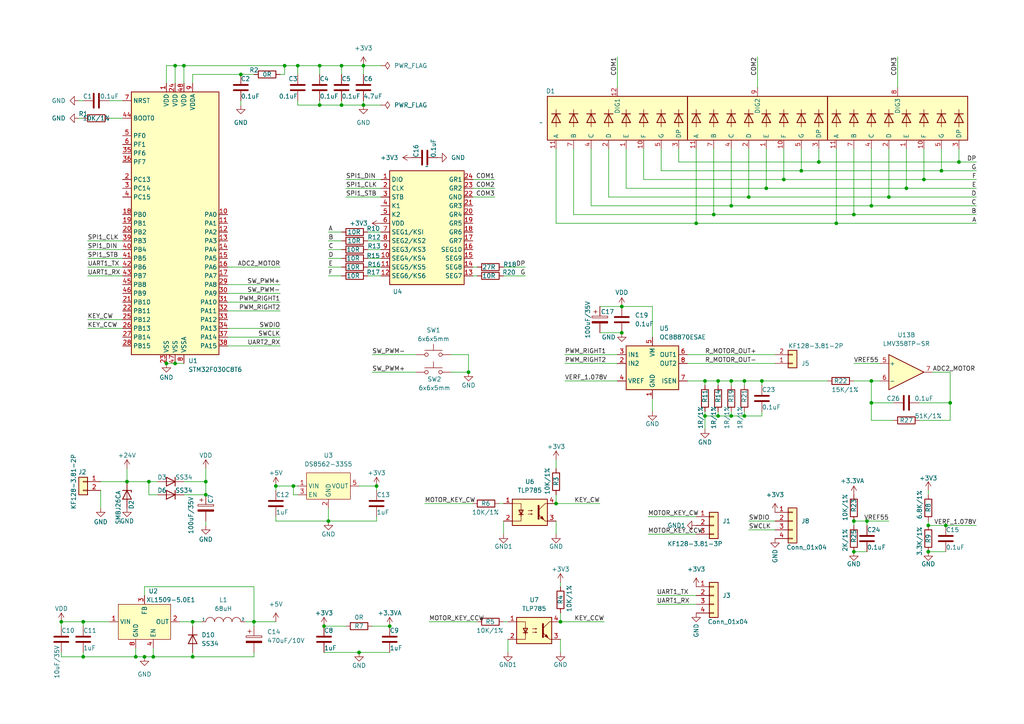
<source format=kicad_sch>
(kicad_sch (version 20231120) (generator "eeschema") (generator_version "8.0")
  (paper "A4")
  (junction (at 55.88 180.34))
  (junction (at 92.71 30.48))
  (junction (at 82.55 19.05))
  (junction (at 73.66 180.34))
  (junction (at 262.89 54.61))
  (junction (at 180.34 88.9))
  (junction (at 208.28 110.49))
  (junction (at 59.69 139.7))
  (junction (at 104.14 189.23))
  (junction (at 135.89 107.95))
  (junction (at 232.41 49.53))
  (junction (at 95.25 151.13))
  (junction (at 80.01 140.97))
  (junction (at 55.88 190.5))
  (junction (at 273.05 49.53))
  (junction (at 207.01 62.23))
  (junction (at 24.13 180.34))
  (junction (at 105.41 30.48))
  (junction (at 208.28 120.65))
  (junction (at 59.69 143.51))
  (junction (at 267.97 52.07))
  (junction (at 17.78 180.34))
  (junction (at 86.36 19.05))
  (junction (at 220.98 110.49))
  (junction (at 247.65 62.23))
  (junction (at 201.93 64.77))
  (junction (at 237.49 46.99))
  (junction (at 43.18 139.7))
  (junction (at 204.47 110.49))
  (junction (at 275.59 116.84))
  (junction (at 41.91 190.5))
  (junction (at 269.24 152.4))
  (junction (at 39.37 190.5))
  (junction (at 99.06 19.05))
  (junction (at 99.06 30.48))
  (junction (at 215.9 110.49))
  (junction (at 252.73 116.84))
  (junction (at 252.73 59.69))
  (junction (at 69.85 21.59))
  (junction (at 24.13 190.5))
  (junction (at 44.45 190.5))
  (junction (at 278.13 46.99))
  (junction (at 36.83 139.7))
  (junction (at 53.34 19.05))
  (junction (at 257.81 57.15))
  (junction (at 212.09 59.69))
  (junction (at 242.57 64.77))
  (junction (at 247.65 151.13))
  (junction (at 227.33 52.07))
  (junction (at 162.56 180.34))
  (junction (at 85.09 140.97))
  (junction (at 217.17 57.15))
  (junction (at 48.26 105.41))
  (junction (at 180.34 96.52))
  (junction (at 247.65 160.02))
  (junction (at 50.8 19.05))
  (junction (at 92.71 19.05))
  (junction (at 252.73 110.49))
  (junction (at 212.09 120.65))
  (junction (at 113.03 181.61))
  (junction (at 215.9 120.65))
  (junction (at 212.09 110.49))
  (junction (at 161.29 146.05))
  (junction (at 50.8 105.41))
  (junction (at 251.46 151.13))
  (junction (at 204.47 120.65))
  (junction (at 222.25 54.61))
  (junction (at 269.24 160.02))
  (junction (at 105.41 19.05))
  (junction (at 93.98 181.61))
  (junction (at 109.22 140.97))
  (junction (at 274.32 152.4))
  (wire (pts (xy 199.39 110.49) (xy 204.47 110.49)))
  (wire (pts (xy 275.59 121.92) (xy 275.59 116.84)))
  (wire (pts (xy 162.56 177.8) (xy 162.56 180.34)))
  (wire (pts (xy 100.33 52.07) (xy 110.49 52.07)))
  (wire (pts (xy 176.53 43.18) (xy 176.53 57.15)))
  (wire (pts (xy 86.36 143.51) (xy 85.09 143.51)))
  (wire (pts (xy 217.17 151.13) (xy 224.79 151.13)))
  (wire (pts (xy 275.59 116.84) (xy 275.59 107.95)))
  (wire (pts (xy 66.04 85.09) (xy 81.28 85.09)))
  (wire (pts (xy 66.04 90.17) (xy 81.28 90.17)))
  (wire (pts (xy 166.37 43.18) (xy 166.37 62.23)))
  (wire (pts (xy 137.16 52.07) (xy 143.51 52.07)))
  (wire (pts (xy 86.36 19.05) (xy 82.55 19.05)))
  (wire (pts (xy 269.24 160.02) (xy 274.32 160.02)))
  (wire (pts (xy 266.7 121.92) (xy 275.59 121.92)))
  (wire (pts (xy 25.4 77.47) (xy 35.56 77.47)))
  (wire (pts (xy 85.09 143.51) (xy 85.09 140.97)))
  (wire (pts (xy 173.99 88.9) (xy 180.34 88.9)))
  (wire (pts (xy 220.98 120.65) (xy 220.98 119.38)))
  (wire (pts (xy 161.29 146.05) (xy 173.99 146.05)))
  (wire (pts (xy 106.68 80.01) (xy 110.49 80.01)))
  (wire (pts (xy 171.45 43.18) (xy 171.45 59.69)))
  (wire (pts (xy 252.73 110.49) (xy 255.27 110.49)))
  (wire (pts (xy 48.26 19.05) (xy 50.8 19.05)))
  (wire (pts (xy 22.86 34.29) (xy 24.13 34.29)))
  (wire (pts (xy 186.69 52.07) (xy 227.33 52.07)))
  (wire (pts (xy 212.09 59.69) (xy 252.73 59.69)))
  (wire (pts (xy 92.71 29.21) (xy 92.71 30.48)))
  (wire (pts (xy 80.01 142.24) (xy 80.01 140.97)))
  (wire (pts (xy 45.72 143.51) (xy 43.18 143.51)))
  (wire (pts (xy 99.06 30.48) (xy 105.41 30.48)))
  (wire (pts (xy 204.47 124.46) (xy 204.47 120.65)))
  (wire (pts (xy 173.99 96.52) (xy 180.34 96.52)))
  (wire (pts (xy 251.46 151.13) (xy 251.46 152.4)))
  (wire (pts (xy 24.13 190.5) (xy 24.13 189.23)))
  (wire (pts (xy 207.01 62.23) (xy 247.65 62.23)))
  (wire (pts (xy 106.68 67.31) (xy 110.49 67.31)))
  (wire (pts (xy 86.36 30.48) (xy 92.71 30.48)))
  (wire (pts (xy 190.5 175.26) (xy 201.93 175.26)))
  (wire (pts (xy 59.69 139.7) (xy 59.69 135.89)))
  (wire (pts (xy 207.01 43.18) (xy 207.01 62.23)))
  (wire (pts (xy 55.88 21.59) (xy 55.88 24.13)))
  (wire (pts (xy 251.46 151.13) (xy 257.81 151.13)))
  (wire (pts (xy 201.93 43.18) (xy 201.93 64.77)))
  (wire (pts (xy 199.39 105.41) (xy 224.79 105.41)))
  (wire (pts (xy 85.09 140.97) (xy 86.36 140.97)))
  (wire (pts (xy 267.97 52.07) (xy 267.97 43.18)))
  (wire (pts (xy 99.06 19.05) (xy 92.71 19.05)))
  (wire (pts (xy 95.25 72.39) (xy 99.06 72.39)))
  (wire (pts (xy 106.68 74.93) (xy 110.49 74.93)))
  (wire (pts (xy 50.8 24.13) (xy 50.8 19.05)))
  (wire (pts (xy 93.98 189.23) (xy 104.14 189.23)))
  (wire (pts (xy 73.66 180.34) (xy 71.12 180.34)))
  (wire (pts (xy 43.18 143.51) (xy 43.18 139.7)))
  (wire (pts (xy 69.85 21.59) (xy 55.88 21.59)))
  (wire (pts (xy 219.71 16.51) (xy 219.71 25.4)))
  (wire (pts (xy 31.75 29.21) (xy 35.56 29.21)))
  (wire (pts (xy 25.4 92.71) (xy 35.56 92.71)))
  (wire (pts (xy 166.37 62.23) (xy 207.01 62.23)))
  (wire (pts (xy 24.13 190.5) (xy 39.37 190.5)))
  (wire (pts (xy 93.98 181.61) (xy 100.33 181.61)))
  (wire (pts (xy 25.4 69.85) (xy 35.56 69.85)))
  (wire (pts (xy 41.91 172.72) (xy 41.91 170.18)))
  (wire (pts (xy 92.71 19.05) (xy 92.71 21.59)))
  (wire (pts (xy 53.34 19.05) (xy 53.34 24.13)))
  (wire (pts (xy 208.28 119.38) (xy 208.28 120.65)))
  (wire (pts (xy 50.8 105.41) (xy 53.34 105.41)))
  (wire (pts (xy 180.34 88.9) (xy 189.23 88.9)))
  (wire (pts (xy 163.83 102.87) (xy 179.07 102.87)))
  (wire (pts (xy 130.81 102.87) (xy 135.89 102.87)))
  (wire (pts (xy 212.09 119.38) (xy 212.09 120.65)))
  (wire (pts (xy 232.41 49.53) (xy 273.05 49.53)))
  (wire (pts (xy 66.04 87.63) (xy 81.28 87.63)))
  (wire (pts (xy 25.4 72.39) (xy 35.56 72.39)))
  (wire (pts (xy 146.05 154.94) (xy 146.05 151.13)))
  (wire (pts (xy 252.73 121.92) (xy 252.73 116.84)))
  (wire (pts (xy 247.65 152.4) (xy 247.65 151.13)))
  (wire (pts (xy 215.9 119.38) (xy 215.9 120.65)))
  (wire (pts (xy 69.85 30.48) (xy 69.85 29.21)))
  (wire (pts (xy 262.89 54.61) (xy 283.21 54.61)))
  (wire (pts (xy 59.69 151.13) (xy 59.69 152.4)))
  (wire (pts (xy 100.33 54.61) (xy 110.49 54.61)))
  (wire (pts (xy 25.4 80.01) (xy 35.56 80.01)))
  (wire (pts (xy 135.89 102.87) (xy 135.89 107.95)))
  (wire (pts (xy 80.01 151.13) (xy 95.25 151.13)))
  (wire (pts (xy 247.65 110.49) (xy 252.73 110.49)))
  (wire (pts (xy 199.39 102.87) (xy 224.79 102.87)))
  (wire (pts (xy 247.65 151.13) (xy 251.46 151.13)))
  (wire (pts (xy 215.9 120.65) (xy 220.98 120.65)))
  (wire (pts (xy 267.97 52.07) (xy 283.21 52.07)))
  (wire (pts (xy 123.19 146.05) (xy 137.16 146.05)))
  (wire (pts (xy 55.88 181.61) (xy 55.88 180.34)))
  (wire (pts (xy 208.28 120.65) (xy 212.09 120.65)))
  (wire (pts (xy 100.33 57.15) (xy 110.49 57.15)))
  (wire (pts (xy 66.04 97.79) (xy 81.28 97.79)))
  (wire (pts (xy 52.07 180.34) (xy 55.88 180.34)))
  (wire (pts (xy 95.25 80.01) (xy 99.06 80.01)))
  (wire (pts (xy 137.16 54.61) (xy 143.51 54.61)))
  (wire (pts (xy 222.25 54.61) (xy 262.89 54.61)))
  (wire (pts (xy 135.89 107.95) (xy 130.81 107.95)))
  (wire (pts (xy 81.28 21.59) (xy 82.55 21.59)))
  (wire (pts (xy 59.69 139.7) (xy 59.69 143.51)))
  (wire (pts (xy 162.56 168.91) (xy 162.56 170.18)))
  (wire (pts (xy 252.73 116.84) (xy 259.08 116.84)))
  (wire (pts (xy 25.4 74.93) (xy 35.56 74.93)))
  (wire (pts (xy 104.14 140.97) (xy 109.22 140.97)))
  (wire (pts (xy 252.73 110.49) (xy 252.73 116.84)))
  (wire (pts (xy 247.65 62.23) (xy 283.21 62.23)))
  (wire (pts (xy 181.61 54.61) (xy 222.25 54.61)))
  (wire (pts (xy 17.78 190.5) (xy 24.13 190.5)))
  (wire (pts (xy 269.24 142.24) (xy 269.24 143.51)))
  (wire (pts (xy 196.85 43.18) (xy 196.85 46.99)))
  (wire (pts (xy 82.55 19.05) (xy 82.55 21.59)))
  (wire (pts (xy 208.28 110.49) (xy 208.28 111.76)))
  (wire (pts (xy 269.24 152.4) (xy 274.32 152.4)))
  (wire (pts (xy 208.28 110.49) (xy 212.09 110.49)))
  (wire (pts (xy 161.29 143.51) (xy 161.29 146.05)))
  (wire (pts (xy 82.55 19.05) (xy 53.34 19.05)))
  (wire (pts (xy 179.07 110.49) (xy 163.83 110.49)))
  (wire (pts (xy 107.95 181.61) (xy 113.03 181.61)))
  (wire (pts (xy 215.9 110.49) (xy 220.98 110.49)))
  (wire (pts (xy 212.09 110.49) (xy 212.09 111.76)))
  (wire (pts (xy 237.49 43.18) (xy 237.49 46.99)))
  (wire (pts (xy 50.8 19.05) (xy 53.34 19.05)))
  (wire (pts (xy 227.33 52.07) (xy 267.97 52.07)))
  (wire (pts (xy 146.05 80.01) (xy 152.4 80.01)))
  (wire (pts (xy 92.71 30.48) (xy 99.06 30.48)))
  (wire (pts (xy 22.86 29.21) (xy 24.13 29.21)))
  (wire (pts (xy 227.33 43.18) (xy 227.33 52.07)))
  (wire (pts (xy 247.65 105.41) (xy 255.27 105.41)))
  (wire (pts (xy 257.81 57.15) (xy 257.81 43.18)))
  (wire (pts (xy 109.22 140.97) (xy 109.22 142.24)))
  (wire (pts (xy 278.13 46.99) (xy 278.13 43.18)))
  (wire (pts (xy 73.66 170.18) (xy 73.66 180.34)))
  (wire (pts (xy 273.05 49.53) (xy 283.21 49.53)))
  (wire (pts (xy 44.45 187.96) (xy 44.45 190.5)))
  (wire (pts (xy 189.23 88.9) (xy 189.23 97.79)))
  (wire (pts (xy 99.06 19.05) (xy 105.41 19.05)))
  (wire (pts (xy 237.49 46.99) (xy 278.13 46.99)))
  (wire (pts (xy 215.9 110.49) (xy 215.9 111.76)))
  (wire (pts (xy 146.05 180.34) (xy 147.32 180.34)))
  (wire (pts (xy 92.71 19.05) (xy 86.36 19.05)))
  (wire (pts (xy 36.83 139.7) (xy 43.18 139.7)))
  (wire (pts (xy 222.25 43.18) (xy 222.25 54.61)))
  (wire (pts (xy 204.47 120.65) (xy 204.47 119.38)))
  (wire (pts (xy 39.37 190.5) (xy 41.91 190.5)))
  (wire (pts (xy 163.83 105.41) (xy 179.07 105.41)))
  (wire (pts (xy 212.09 43.18) (xy 212.09 59.69)))
  (wire (pts (xy 109.22 151.13) (xy 109.22 149.86)))
  (wire (pts (xy 95.25 151.13) (xy 109.22 151.13)))
  (wire (pts (xy 204.47 110.49) (xy 208.28 110.49)))
  (wire (pts (xy 48.26 24.13) (xy 48.26 19.05)))
  (wire (pts (xy 95.25 74.93) (xy 99.06 74.93)))
  (wire (pts (xy 44.45 190.5) (xy 55.88 190.5)))
  (wire (pts (xy 104.14 189.23) (xy 113.03 189.23)))
  (wire (pts (xy 274.32 152.4) (xy 283.21 152.4)))
  (wire (pts (xy 146.05 77.47) (xy 152.4 77.47)))
  (wire (pts (xy 162.56 180.34) (xy 175.26 180.34)))
  (wire (pts (xy 36.83 135.89) (xy 36.83 139.7)))
  (wire (pts (xy 86.36 19.05) (xy 86.36 21.59)))
  (wire (pts (xy 105.41 30.48) (xy 110.49 30.48)))
  (wire (pts (xy 106.68 72.39) (xy 110.49 72.39)))
  (wire (pts (xy 179.07 16.51) (xy 179.07 25.4)))
  (wire (pts (xy 262.89 54.61) (xy 262.89 43.18)))
  (wire (pts (xy 187.96 154.94) (xy 201.93 154.94)))
  (wire (pts (xy 191.77 43.18) (xy 191.77 49.53)))
  (wire (pts (xy 171.45 59.69) (xy 212.09 59.69)))
  (wire (pts (xy 260.35 16.51) (xy 260.35 25.4)))
  (wire (pts (xy 273.05 49.53) (xy 273.05 43.18)))
  (wire (pts (xy 17.78 180.34) (xy 24.13 180.34)))
  (wire (pts (xy 208.28 120.65) (xy 204.47 120.65)))
  (wire (pts (xy 43.18 139.7) (xy 45.72 139.7)))
  (wire (pts (xy 247.65 62.23) (xy 247.65 43.18)))
  (wire (pts (xy 66.04 77.47) (xy 81.28 77.47)))
  (wire (pts (xy 259.08 121.92) (xy 252.73 121.92)))
  (wire (pts (xy 105.41 30.48) (xy 105.41 29.21)))
  (wire (pts (xy 247.65 160.02) (xy 251.46 160.02)))
  (wire (pts (xy 186.69 43.18) (xy 186.69 52.07)))
  (wire (pts (xy 80.01 180.34) (xy 73.66 180.34)))
  (wire (pts (xy 191.77 49.53) (xy 232.41 49.53)))
  (wire (pts (xy 86.36 29.21) (xy 86.36 30.48)))
  (wire (pts (xy 95.25 67.31) (xy 99.06 67.31)))
  (wire (pts (xy 278.13 46.99) (xy 283.21 46.99)))
  (wire (pts (xy 217.17 57.15) (xy 257.81 57.15)))
  (wire (pts (xy 25.4 95.25) (xy 35.56 95.25)))
  (wire (pts (xy 220.98 110.49) (xy 240.03 110.49)))
  (wire (pts (xy 105.41 19.05) (xy 105.41 21.59)))
  (wire (pts (xy 66.04 95.25) (xy 81.28 95.25)))
  (wire (pts (xy 58.42 180.34) (xy 55.88 180.34)))
  (wire (pts (xy 24.13 180.34) (xy 31.75 180.34)))
  (wire (pts (xy 41.91 170.18) (xy 73.66 170.18)))
  (wire (pts (xy 232.41 43.18) (xy 232.41 49.53)))
  (wire (pts (xy 161.29 133.35) (xy 161.29 135.89)))
  (wire (pts (xy 257.81 57.15) (xy 283.21 57.15)))
  (wire (pts (xy 138.43 80.01) (xy 137.16 80.01)))
  (wire (pts (xy 196.85 46.99) (xy 237.49 46.99)))
  (wire (pts (xy 176.53 57.15) (xy 217.17 57.15)))
  (wire (pts (xy 161.29 43.18) (xy 161.29 64.77)))
  (wire (pts (xy 144.78 146.05) (xy 146.05 146.05)))
  (wire (pts (xy 95.25 69.85) (xy 99.06 69.85)))
  (wire (pts (xy 201.93 64.77) (xy 242.57 64.77)))
  (wire (pts (xy 73.66 189.23) (xy 73.66 190.5)))
  (wire (pts (xy 124.46 180.34) (xy 138.43 180.34)))
  (wire (pts (xy 95.25 77.47) (xy 99.06 77.47)))
  (wire (pts (xy 161.29 64.77) (xy 201.93 64.77)))
  (wire (pts (xy 217.17 43.18) (xy 217.17 57.15)))
  (wire (pts (xy 39.37 187.96) (xy 39.37 190.5)))
  (wire (pts (xy 66.04 82.55) (xy 81.28 82.55)))
  (wire (pts (xy 107.95 107.95) (xy 120.65 107.95)))
  (wire (pts (xy 252.73 59.69) (xy 252.73 43.18)))
  (wire (pts (xy 66.04 100.33) (xy 81.28 100.33)))
  (wire (pts (xy 162.56 189.23) (xy 162.56 185.42)))
  (wire (pts (xy 269.24 151.13) (xy 269.24 152.4)))
  (wire (pts (xy 99.06 29.21) (xy 99.06 30.48)))
  (wire (pts (xy 55.88 190.5) (xy 55.88 189.23)))
  (wire (pts (xy 212.09 110.49) (xy 215.9 110.49)))
  (wire (pts (xy 29.21 139.7) (xy 36.83 139.7)))
  (wire (pts (xy 181.61 43.18) (xy 181.61 54.61)))
  (wire (pts (xy 212.09 120.65) (xy 215.9 120.65)))
  (wire (pts (xy 107.95 102.87) (xy 120.65 102.87)))
  (wire (pts (xy 252.73 59.69) (xy 283.21 59.69)))
  (wire (pts (xy 270.51 107.95) (xy 275.59 107.95)))
  (wire (pts (xy 17.78 181.61) (xy 17.78 180.34)))
  (wire (pts (xy 242.57 64.77) (xy 242.57 43.18)))
  (wire (pts (xy 29.21 142.24) (xy 29.21 147.32)))
  (wire (pts (xy 55.88 190.5) (xy 73.66 190.5)))
  (wire (pts (xy 80.01 149.86) (xy 80.01 151.13)))
  (wire (pts (xy 106.68 77.47) (xy 110.49 77.47)))
  (wire (pts (xy 220.98 110.49) (xy 220.98 111.76)))
  (wire (pts (xy 48.26 105.41) (xy 50.8 105.41)))
  (wire (pts (xy 138.43 77.47) (xy 137.16 77.47)))
  (wire (pts (xy 73.66 180.34) (xy 73.66 181.61)))
  (wire (pts (xy 17.78 190.5) (xy 17.78 189.23)))
  (wire (pts (xy 99.06 21.59) (xy 99.06 19.05)))
  (wire (pts (xy 161.29 154.94) (xy 161.29 151.13)))
  (wire (pts (xy 53.34 139.7) (xy 59.69 139.7)))
  (wire (pts (xy 105.41 19.05) (xy 110.49 19.05)))
  (wire (pts (xy 242.57 64.77) (xy 283.21 64.77)))
  (wire (pts (xy 80.01 140.97) (xy 85.09 140.97)))
  (wire (pts (xy 137.16 57.15) (xy 143.51 57.15)))
  (wire (pts (xy 53.34 143.51) (xy 59.69 143.51)))
  (wire (pts (xy 95.25 147.32) (xy 95.25 151.13)))
  (wire (pts (xy 204.47 111.76) (xy 204.47 110.49)))
  (wire (pts (xy 217.17 153.67) (xy 224.79 153.67)))
  (wire (pts (xy 187.96 149.86) (xy 201.93 149.86)))
  (wire (pts (xy 31.75 34.29) (xy 35.56 34.29)))
  (wire (pts (xy 106.68 69.85) (xy 110.49 69.85)))
  (wire (pts (xy 69.85 21.59) (xy 73.66 21.59)))
  (wire (pts (xy 190.5 172.72) (xy 201.93 172.72)))
  (wire (pts (xy 147.32 189.23) (xy 147.32 185.42)))
  (wire (pts (xy 266.7 116.84) (xy 275.59 116.84)))
  (wire (pts (xy 189.23 119.38) (xy 189.23 115.57)))
  (wire (pts (xy 24.13 180.34) (xy 24.13 181.61)))
  (wire (pts (xy 41.91 190.5) (xy 44.45 190.5)))
  (label "SWDIO" (at 217.17 151.13 0))
  (label "SWCLK" (at 81.28 97.79 180))
  (label "SPI1_CLK" (at 25.4 69.85 0))
  (label "A" (at 283.21 64.77 180))
  (label "SW_PWM+" (at 107.95 107.95 0))
  (label "MOTOR_KEY_CCW" (at 124.46 180.34 0))
  (label "SW_PWM-" (at 107.95 102.87 0))
  (label "R_MOTOR_OUT+" (at 204.47 102.87 0))
  (label "PWM_RIGHT2" (at 81.28 90.17 180))
  (label "SPI1_DIN" (at 25.4 72.39 0))
  (label "A" (at 95.25 67.31 0))
  (label "COM2" (at 143.51 54.61 180))
  (label "SW_PWM-" (at 81.28 85.09 180))
  (label "E" (at 283.21 54.61 180))
  (label "UART1_TX" (at 25.4 77.47 0))
  (label "UART2_RX" (at 81.28 100.33 180))
  (label "SPI1_CLK" (at 100.33 54.61 0))
  (label "G" (at 283.21 49.53 180))
  (label "KEY_CW" (at 25.4 92.71 0))
  (label "R_MOTOR_OUT-" (at 204.47 105.41 0))
  (label "COM1" (at 179.07 16.51 270))
  (label "ADC2_MOTOR" (at 270.51 107.95 0))
  (label "MOTOR_KEY_CW" (at 187.96 149.86 0))
  (label "SW_PWM+" (at 81.28 82.55 180))
  (label "F" (at 283.21 52.07 180))
  (label "PWM_RIGHT2" (at 163.83 105.41 0))
  (label "SPI1_STB" (at 25.4 74.93 0))
  (label "UART1_RX" (at 25.4 80.01 0))
  (label "PWM_RIGHT1" (at 163.83 102.87 0))
  (label "KEY_CW" (at 173.99 146.05 180))
  (label "COM2" (at 219.71 16.51 270))
  (label "E" (at 95.25 77.47 0))
  (label "UART1_TX" (at 190.5 172.72 0))
  (label "F" (at 95.25 80.01 0))
  (label "C" (at 283.21 59.69 180))
  (label "DP" (at 152.4 77.47 180))
  (label "VERF_1.078V" (at 283.21 152.4 180))
  (label "SPI1_DIN" (at 100.33 52.07 0))
  (label "SWCLK" (at 217.17 153.67 0))
  (label "COM1" (at 143.51 52.07 180))
  (label "KEY_CCW" (at 175.26 180.34 180))
  (label "VERF_1.078V" (at 163.83 110.49 0))
  (label "PWM_RIGHT1" (at 81.28 87.63 180))
  (label "B" (at 283.21 62.23 180))
  (label "MOTOR_KEY_CCW" (at 187.96 154.94 0))
  (label "SPI1_STB" (at 100.33 57.15 0))
  (label "D" (at 283.21 57.15 180))
  (label "C" (at 95.25 72.39 0))
  (label "COM3" (at 143.51 57.15 180))
  (label "DP" (at 283.21 46.99 180))
  (label "B" (at 95.25 69.85 0))
  (label "ADC2_MOTOR" (at 81.28 77.47 180))
  (label "KEY_CCW" (at 25.4 95.25 0))
  (label "VREF55" (at 247.65 105.41 0))
  (label "G" (at 152.4 80.01 180))
  (label "UART1_RX" (at 190.5 175.26 0))
  (label "VREF55" (at 257.81 151.13 180))
  (label "COM3" (at 260.35 16.51 270))
  (label "MOTOR_KEY_CW" (at 123.19 146.05 0))
  (label "SWDIO" (at 81.28 95.25 180))
  (label "D" (at 95.25 74.93 0))
  (symbol (lib_id "power:PWR_FLAG") (at 110.49 30.48 270) (unit 1)
    (property "Reference" "#FLG02" (effects (hide yes)))
    (property "Value" "PWR_FLAG" (at 114.3 30.4799 90) (effects (justify left)))
  )
  (symbol (lib_name "GND_2") (lib_id "power:GND") (at 36.83 147.32 0) (unit 1)
    (property "Reference" "#PWR09" (effects (hide yes)))
    (property "Value" "GND" (at 36.83 151.13 0))
  )
  (symbol (lib_id "Device:C") (at 262.89 116.84 90) (unit 1)
    (property "Reference" "C26" (at 259.08 115.57 90))
    (property "Value" "0.1uF" (at 267.97 115.57 90))
    (property "Footprint" "Capacitor_SMD:C_0603_1608Metric" (effects (hide yes)))
  )
  (symbol (lib_id "Device:C") (at 27.94 29.21 90) (unit 1)
    (property "Reference" "C1" (at 25.4 27.94 90))
    (property "Value" "0.1uF" (at 31.75 27.94 90))
    (property "Footprint" "Capacitor_SMD:C_0603_1608Metric" (effects (hide yes)))
  )
  (symbol (lib_id "Device:C") (at 123.19 45.72 90) (unit 1)
    (property "Reference" "C16" (at 120.65 45.72 0) (effects (justify left)))
    (property "Value" "0.1uF" (at 125.73 45.72 0) (effects (justify left)))
    (property "Footprint" "Capacitor_SMD:C_0603_1608Metric" (effects (hide yes)))
  )
  (symbol (lib_id "Connector_Generic:Conn_01x04") (at 229.87 151.13 0) (unit 1)
    (property "Reference" "J8" (at 232.41 151.1299 0) (effects (justify left)))
    (property "Value" "Conn_01x04" (at 228.092 158.75 0) (effects (justify left)))
    (property "Footprint" "Connector_PinHeader_2.54mm:PinHeader_1x04_P2.54mm_Vertical" (effects (hide yes)))
    (property "Description" "Generic connector, single row, 01x04, script generated (kicad-library-utils/schlib/autogen/connector/)" (effects (hide yes)))
  )
  (symbol (lib_id "power:GND") (at 161.29 154.94 0) (unit 1)
    (property "Reference" "#PWR012" (effects (hide yes)))
    (property "Value" "GND" (at 161.29 158.496 0))
  )
  (symbol (lib_id "Device:R") (at 142.24 77.47 90) (unit 1)
    (property "Reference" "R18" (at 149.86 76.708 90) (effects (justify left)))
    (property "Value" "27R" (at 143.764 77.47 90) (effects (justify left)))
    (property "Footprint" "Resistor_SMD:R_0805_2012Metric" (effects (hide yes)))
  )
  (symbol (lib_id "power:GND") (at 269.24 160.02 0) (unit 1)
    (property "Reference" "#PWR025" (effects (hide yes)))
    (property "Value" "GND" (at 269.24 163.576 0))
  )
  (symbol (lib_id "power:GND") (at 59.69 152.4 0) (unit 1)
    (property "Reference" "#PWR014" (effects (hide yes)))
    (property "Value" "GND" (at 59.69 156.464 0))
  )
  (symbol (lib_id "Connector_Generic:Conn_01x03") (at 207.01 152.4 0) (unit 1)
    (property "Reference" "J1" (at 209.55 151.1299 0) (effects (justify left)))
    (property "Value" "KF128-3.81-3P" (at 193.548 157.734 0) (effects (justify left)))
    (property "Footprint" "TerminalBlock_MetzConnect:TerminalBlock_MetzConnect_Type086_RT03403HBLC_1x03_P3.81mm_Horizontal" (effects (hide yes)))
    (property "Description" "Generic connector, single row, 01x03, script generated (kicad-library-utils/schlib/autogen/connector/)" (effects (hide yes)))
  )
  (symbol (lib_id "Ovo_Power_Management:RT9013-xx") (at 95.25 140.97 0) (unit 1)
    (property "Reference" "U3" (at 95.25 132.08 0))
    (property "Value" "DS8562-33S5" (at 95.25 134.62 0))
    (property "Footprint" "Package_TO_SOT_SMD:SOT-23-5" (effects (hide yes)))
  )
  (symbol (lib_id "power:GND") (at 135.89 107.95 0) (unit 1)
    (property "Reference" "#PWR033" (effects (hide yes)))
    (property "Value" "GND" (at 135.89 111.76 0))
  )
  (symbol (lib_id "MCU_ST_STM32F0:STM32F030C8Tx") (at 50.8 64.77 0) (unit 1)
    (property "Reference" "U1" (at 54.61 104.648 0) (effects (justify left)))
    (property "Value" "STM32F030C8T6" (at 54.61 107.188 0) (effects (justify left)))
    (property "Footprint" "Package_QFP:LQFP-48_7x7mm_P0.5mm" (effects (hide yes)))
    (property "Datasheet" "http://www.st.com/st-web-ui/static/active/en/resource/technical/document/datasheet/DM00088500.pdf" (effects (hide yes)))
  )
  (symbol (lib_id "power:GND") (at 189.23 119.38 0) (unit 1)
    (property "Reference" "#PWR034" (effects (hide yes)))
    (property "Value" "GND" (at 189.23 122.936 0))
  )
  (symbol (lib_id "Device:R") (at 269.24 156.21 0) (unit 1)
    (property "Reference" "R9" (at 269.24 156.21 90))
    (property "Value" "3.3K/1%" (at 266.7 156.972 90))
    (property "Footprint" "Resistor_SMD:R_0603_1608Metric" (effects (hide yes)))
  )
  (symbol (lib_id "power:+5V") (at 80.01 180.34 0) (unit 1)
    (property "Reference" "#PWR023" (effects (hide yes)))
    (property "Value" "+5V" (at 80.01 175.26 0))
  )
  (symbol (lib_id "Device:D") (at 49.53 143.51 180) (unit 1)
    (property "Reference" "D6" (at 46.99 142.24 0))
    (property "Value" "SS34" (at 53.34 142.24 0))
    (property "Footprint" "Diode_SMD:D_SMA" (effects (hide yes)))
  )
  (symbol (lib_id "power:GND") (at 22.86 34.29 270) (unit 1)
    (property "Reference" "#PWR02" (effects (hide yes)))
    (property "Value" "GND" (at 19.05 34.2899 90) (effects (justify right)))
  )
  (symbol (lib_id "Device:R") (at 247.65 156.21 0) (unit 1)
    (property "Reference" "R25" (at 247.65 157.48 90) (effects (justify left)))
    (property "Value" "2K/1%" (at 245.11 160.02 90) (effects (justify left)))
    (property "Footprint" "Resistor_SMD:R_0603_1608Metric" (effects (hide yes)))
  )
  (symbol (lib_id "Device:C") (at 99.06 25.4 180) (unit 1)
    (property "Reference" "C5" (at 99.06 22.86 0) (effects (justify right)))
    (property "Value" "0.1uF" (at 99.06 27.94 0) (effects (justify right)))
    (property "Footprint" "Capacitor_SMD:C_0603_1608Metric" (effects (hide yes)))
  )
  (symbol (lib_id "power:GND") (at 105.41 30.48 0) (unit 1)
    (property "Reference" "#PWR06" (effects (hide yes)))
    (property "Value" "GND" (at 105.41 35.56 0))
  )
  (symbol (lib_id "Device:R") (at 77.47 21.59 90) (unit 1)
    (property "Reference" "R2" (at 73.66 20.32 90))
    (property "Value" "0R" (at 77.47 21.59 90))
    (property "Footprint" "Resistor_SMD:R_0603_1608Metric" (effects (hide yes)))
  )
  (symbol (lib_id "power:+3.3VA") (at 247.65 143.51 0) (unit 1)
    (property "Reference" "#PWR044" (effects (hide yes)))
    (property "Value" "+3.3VA" (at 247.1928 139.4714 0))
  )
  (symbol (lib_id "Device:R") (at 247.65 147.32 0) (unit 1)
    (property "Reference" "R23" (at 247.65 148.59 90) (effects (justify left)))
    (property "Value" "10K/1%" (at 245.11 151.13 90) (effects (justify left)))
    (property "Footprint" "Resistor_SMD:R_0603_1608Metric" (effects (hide yes)))
  )
  (symbol (lib_id "Device:R") (at 27.94 34.29 90) (unit 1)
    (property "Reference" "R1" (at 24.13 33.02 90))
    (property "Value" "10K/1%" (at 27.94 34.29 90))
    (property "Footprint" "Resistor_SMD:R_0603_1608Metric" (effects (hide yes)))
  )
  (symbol (lib_id "Device:D") (at 49.53 139.7 180) (unit 1)
    (property "Reference" "D3" (at 46.99 138.43 0))
    (property "Value" "SS34" (at 53.34 138.43 0))
    (property "Footprint" "Diode_SMD:D_SMA" (effects (hide yes)))
  )
  (symbol (lib_id "Device:C") (at 92.71 25.4 180) (unit 1)
    (property "Reference" "C4" (at 92.71 22.86 0) (effects (justify right)))
    (property "Value" "0.1uF" (at 92.71 27.94 0) (effects (justify right)))
    (property "Footprint" "Capacitor_SMD:C_0603_1608Metric" (effects (hide yes)))
  )
  (symbol (lib_id "power:+3V3") (at 201.93 170.18 0) (unit 1)
    (property "Reference" "#PWR026" (effects (hide yes)))
    (property "Value" "+3V3" (at 201.93 165.1 0))
  )
  (symbol (lib_id "power:GND") (at 48.26 105.41 0) (unit 1)
    (property "Reference" "#PWR03" (effects (hide yes)))
    (property "Value" "GND" (at 48.26 109.474 0))
  )
  (symbol (lib_id "Switch:SW_Push") (at 125.73 102.87 0) (unit 1)
    (property "Reference" "SW1" (at 125.73 95.758 0))
    (property "Value" "6x6x5mm" (at 125.73 98.298 0))
    (property "Footprint" "Ovo_Button_Switch_SMD:SW_Push_1P1T_NO_6x6mm_H5.0mm" (effects (hide yes)))
  )
  (symbol (lib_id "power:GND") (at 162.56 189.23 0) (unit 1)
    (property "Reference" "#PWR030" (effects (hide yes)))
    (property "Value" "GND" (at 162.56 192.786 0))
  )
  (symbol (lib_id "Device:C_Polarized") (at 59.69 147.32 0) (unit 1)
    (property "Reference" "C7" (at 61.087 146.05 90) (effects (justify left)))
    (property "Value" "100uF/35V" (at 55.372 154.94 90) (effects (justify left)))
    (property "Footprint" "Capacitor_THT:CP_Radial_D6.3mm_P2.50mm" (effects (hide yes)))
  )
  (symbol (lib_id "Device:C") (at 220.98 115.57 0) (unit 1)
    (property "Reference" "C23" (at 220.98 113.03 0) (effects (justify left)))
    (property "Value" "0.1uF" (at 220.98 118.11 0) (effects (justify left)))
    (property "Footprint" "Capacitor_SMD:C_0603_1608Metric" (effects (hide yes)))
  )
  (symbol (lib_id "Device:C_Polarized") (at 73.66 185.42 0) (unit 1)
    (property "Reference" "C14" (at 77.47 183.2609 0) (effects (justify left)))
    (property "Value" "470uF/10V" (at 77.47 185.8009 0) (effects (justify left)))
    (property "Footprint" "Capacitor_THT:CP_Radial_D6.3mm_P2.50mm" (effects (hide yes)))
  )
  (symbol (lib_id "Device:C") (at 113.03 185.42 0) (unit 1)
    (property "Reference" "C9" (at 113.03 182.88 0) (effects (justify left)))
    (property "Value" "1uF" (at 113.03 187.96 0) (effects (justify left)))
    (property "Footprint" "Capacitor_SMD:C_0603_1608Metric" (effects (hide yes)))
  )
  (symbol (lib_id "Device:R") (at 162.56 173.99 0) (unit 1)
    (property "Reference" "R4" (at 162.56 175.26 90) (effects (justify left)))
    (property "Value" "10K/1%" (at 165.1 177.546 90) (effects (justify left)))
    (property "Footprint" "Resistor_SMD:R_0603_1608Metric" (effects (hide yes)))
  )
  (symbol (lib_id "Device:R") (at 262.89 121.92 90) (unit 1)
    (property "Reference" "R27" (at 262.89 121.92 90))
    (property "Value" "51K/1%" (at 269.24 120.65 90))
    (property "Footprint" "Resistor_SMD:R_0603_1608Metric" (effects (hide yes)))
  )
  (symbol (lib_id "power:GND") (at 204.47 124.46 0) (unit 1)
    (property "Reference" "#PWR041" (effects (hide yes)))
    (property "Value" "GND" (at 204.47 128.27 0))
  )
  (symbol (lib_id "power:GND") (at 127 45.72 90) (unit 1)
    (property "Reference" "#PWR039" (effects (hide yes)))
    (property "Value" "GND" (at 130.81 45.7199 90) (effects (justify right)))
  )
  (symbol (lib_id "Driver_Motor:DRV8870DDA") (at 189.23 105.41 0) (unit 1)
    (property "Reference" "U5" (at 191.2494 95.25 0) (effects (justify left)))
    (property "Value" "OCB8870ESAE" (at 191.2494 97.79 0) (effects (justify left)))
    (property "Footprint" "Package_SO:Texas_HTSOP-8-1EP_3.9x4.9mm_P1.27mm_EP2.95x4.9mm_Mask2.4x3.1mm_ThermalVias" (effects (hide yes)))
    (property "Datasheet" "http://www.ti.com/lit/ds/symlink/drv8870.pdf" (effects (hide yes)))
  )
  (symbol (lib_id "power:GND") (at 147.32 189.23 0) (unit 1)
    (property "Reference" "#PWR035" (effects (hide yes)))
    (property "Value" "GND1" (at 147.32 192.786 0))
  )
  (symbol (lib_id "Connector_Generic:Conn_01x04") (at 207.01 172.72 0) (unit 1)
    (property "Reference" "J3" (at 209.55 172.7199 0) (effects (justify left)))
    (property "Value" "Conn_01x04" (at 205.232 180.34 0) (effects (justify left)))
    (property "Footprint" "Connector_PinHeader_2.54mm:PinHeader_1x04_P2.54mm_Vertical" (effects (hide yes)))
    (property "Description" "Generic connector, single row, 01x04, script generated (kicad-library-utils/schlib/autogen/connector/)" (effects (hide yes)))
  )
  (symbol (lib_id "Device:R") (at 104.14 181.61 90) (unit 1)
    (property "Reference" "R7" (at 104.14 181.61 90))
    (property "Value" "0R" (at 104.14 179.07 90))
    (property "Footprint" "Resistor_SMD:R_0603_1608Metric" (effects (hide yes)))
  )
  (symbol (lib_id "Device:C") (at 86.36 25.4 0) (mirror x) (unit 1)
    (property "Reference" "C3" (at 86.36 22.86 0) (effects (justify right)))
    (property "Value" "0.1uF" (at 86.36 27.94 0) (effects (justify right)))
    (property "Footprint" "Capacitor_SMD:C_0603_1608Metric" (effects (hide yes)))
  )
  (symbol (lib_id "power:GND") (at 201.93 152.4 270) (unit 1)
    (property "Reference" "#PWR038" (effects (hide yes)))
    (property "Value" "GND1" (at 198.882 152.4 90) (effects (justify right)))
  )
  (symbol (lib_id "power:+3V3") (at 110.49 64.77 90) (unit 1)
    (property "Reference" "#PWR040" (effects (hide yes)))
    (property "Value" "+3V3" (at 106.68 64.7699 90) (effects (justify left)))
  )
  (symbol (lib_id "Device:R") (at 140.97 146.05 90) (unit 1)
    (property "Reference" "R6" (at 142.24 146.05 90) (effects (justify left)))
    (property "Value" "10K/1%" (at 144.78 148.59 90) (effects (justify left)))
    (property "Footprint" "Resistor_SMD:R_0603_1608Metric" (effects (hide yes)))
  )
  (symbol (lib_id "power:VDD") (at 59.69 135.89 0) (unit 1)
    (property "Reference" "#PWR013" (effects (hide yes)))
    (property "Value" "VDD" (at 59.69 132.08 0))
  )
  (symbol (lib_id "Device:C") (at 24.13 185.42 0) (unit 1)
    (property "Reference" "C11" (at 24.13 182.88 0) (effects (justify left)))
    (property "Value" "1uF" (at 24.13 187.96 0) (effects (justify left)))
    (property "Footprint" "Capacitor_SMD:C_0603_1608Metric" (effects (hide yes)))
  )
  (symbol (lib_id "Device:C") (at 93.98 185.42 0) (unit 1)
    (property "Reference" "C8" (at 93.98 182.88 0) (effects (justify left)))
    (property "Value" "1uF" (at 93.98 187.96 0) (effects (justify left)))
    (property "Footprint" "Capacitor_SMD:C_0603_1608Metric" (effects (hide yes)))
  )
  (symbol (lib_id "Device:R") (at 269.24 147.32 0) (unit 1)
    (property "Reference" "R8" (at 269.24 148.59 90) (effects (justify left)))
    (property "Value" "6.8K/1%" (at 266.7 150.622 90) (effects (justify left)))
    (property "Footprint" "Resistor_SMD:R_0603_1608Metric" (effects (hide yes)))
  )
  (symbol (lib_id "power:+3V3") (at 105.41 19.05 0) (unit 1)
    (property "Reference" "#PWR05" (effects (hide yes)))
    (property "Value" "+3V3" (at 105.41 13.97 0))
  )
  (symbol (lib_id "Device:R") (at 142.24 80.01 90) (unit 1)
    (property "Reference" "R20" (at 149.606 78.994 90) (effects (justify left)))
    (property "Value" "10R" (at 143.764 80.01 90) (effects (justify left)))
    (property "Footprint" "Resistor_SMD:R_0805_2012Metric" (effects (hide yes)))
  )
  (symbol (lib_id "Device:R") (at 102.87 80.01 90) (unit 1)
    (property "Reference" "R17" (at 110.236 78.994 90) (effects (justify left)))
    (property "Value" "10R" (at 104.394 80.01 90) (effects (justify left)))
    (property "Footprint" "Resistor_SMD:R_0805_2012Metric" (effects (hide yes)))
  )
  (symbol (lib_id "power:+3V3") (at 269.24 142.24 0) (unit 1)
    (property "Reference" "#PWR024" (effects (hide yes)))
    (property "Value" "+3V3" (at 269.24 138.684 0))
  )
  (symbol (lib_id "power:PWR_FLAG") (at 110.49 19.05 270) (unit 1)
    (property "Reference" "#FLG01" (effects (hide yes)))
    (property "Value" "PWR_FLAG" (at 114.3 19.0499 90) (effects (justify left)))
  )
  (symbol (lib_name "GND_1") (lib_id "power:GND") (at 29.21 147.32 0) (unit 1)
    (property "Reference" "#PWR07" (effects (hide yes)))
    (property "Value" "GND" (at 29.21 151.384 0))
  )
  (symbol (lib_id "Device:D") (at 55.88 185.42 270) (unit 1)
    (property "Reference" "D10" (at 58.42 184.1499 90) (effects (justify left)))
    (property "Value" "SS34" (at 58.42 186.6899 90) (effects (justify left)))
    (property "Footprint" "Diode_SMD:D_SMA" (effects (hide yes)))
  )
  (symbol (lib_id "Device:C") (at 105.41 25.4 180) (unit 1)
    (property "Reference" "C6" (at 105.41 22.86 0) (effects (justify right)))
    (property "Value" "4.7uF" (at 105.41 27.94 0) (effects (justify right)))
    (property "Footprint" "Capacitor_SMD:C_0603_1608Metric" (effects (hide yes)))
  )
  (symbol (lib_id "Amplifier_Operational:MCP6002-xSN") (at 262.89 107.95 0) (unit 2)
    (property "Reference" "U13" (at 262.89 97.155 0))
    (property "Value" "LMV358TP-SR" (at 262.89 99.695 0))
    (property "Footprint" "Package_SO:SOIC-8_3.9x4.9mm_P1.27mm" (effects (hide yes)))
    (property "Datasheet" "http://ww1.microchip.com/downloads/en/DeviceDoc/21733j.pdf" (effects (hide yes)))
  )
  (symbol (lib_id "power:GND") (at 69.85 30.48 0) (unit 1)
    (property "Reference" "#PWR04" (effects (hide yes)))
    (property "Value" "GND" (at 69.85 35.56 0))
  )
  (symbol (lib_id "Isolator:TLP785") (at 154.94 182.88 0) (unit 1)
    (property "Reference" "U7" (at 154.94 173.99 0))
    (property "Value" "TLP785" (at 154.94 176.53 0))
    (property "Footprint" "Package_DIP:DIP-4_W7.62mm" (effects (hide yes)))
    (property "Datasheet" "https://toshiba.semicon-storage.com/info/docget.jsp?did=10569&prodName=TLP785" (effects (hide yes)))
    (property "Description" "DC Optocoupler, Vce 80V, CTR 50-200%, DIP4" (effects (hide yes)))
  )
  (symbol (lib_id "power:GND") (at 146.05 154.94 0) (unit 1)
    (property "Reference" "#PWR037" (effects (hide yes)))
    (property "Value" "GND1" (at 146.05 158.496 0))
  )
  (symbol (lib_id "Device:R") (at 142.24 180.34 90) (unit 1)
    (property "Reference" "R5" (at 143.51 180.34 90) (effects (justify left)))
    (property "Value" "10K/1%" (at 146.05 182.88 90) (effects (justify left)))
    (property "Footprint" "Resistor_SMD:R_0603_1608Metric" (effects (hide yes)))
  )
  (symbol (lib_id "power:GND") (at 95.25 151.13 0) (unit 1)
    (property "Reference" "#PWR021" (effects (hide yes)))
    (property "Value" "GND" (at 95.25 154.94 0))
  )
  (symbol (lib_id "power:GND") (at 224.79 156.21 0) (unit 1)
    (property "Reference" "#PWR010" (effects (hide yes)))
    (property "Value" "GND" (at 224.79 159.258 90) (effects (justify right)))
  )
  (symbol (lib_id "power:+3V3") (at 224.79 148.59 0) (unit 1)
    (property "Reference" "#PWR08" (effects (hide yes)))
    (property "Value" "+3V3" (at 224.79 143.51 0))
  )
  (symbol (lib_id "Ovo_Led_TM_16:TM1688") (at 172.72 97.79 0) (unit 1)
    (property "Reference" "U4" (at 115.316 84.582 0))
    (property "Value" "~" (at 123.825 48.26 0))
    (property "Footprint" "Package_SO:SSOP-24_5.3x8.2mm_P0.65mm" (effects (hide yes)))
  )
  (symbol (lib_id "Device:D_Zener") (at 36.83 143.51 270) (unit 1)
    (property "Reference" "D2" (at 38.1 145.034 0) (effects (justify left)))
    (property "Value" "SMBJ26CA" (at 34.29 142.24 0) (effects (justify left)))
    (property "Footprint" "Diode_SMD:D_SMB" (effects (hide yes)))
  )
  (symbol (lib_id "Device:R") (at 102.87 67.31 90) (unit 1)
    (property "Reference" "R10" (at 110.236 66.294 90) (effects (justify left)))
    (property "Value" "10R" (at 104.648 67.31 90) (effects (justify left)))
    (property "Footprint" "Resistor_SMD:R_0805_2012Metric" (effects (hide yes)))
  )
  (symbol (lib_id "power:GND") (at 180.34 96.52 0) (unit 1)
    (property "Reference" "#PWR029" (effects (hide yes)))
    (property "Value" "GND" (at 176.53 97.79 0))
  )
  (symbol (lib_id "power:GND") (at 22.86 29.21 270) (unit 1)
    (property "Reference" "#PWR01" (effects (hide yes)))
    (property "Value" "GND" (at 19.05 29.2099 90) (effects (justify right)))
  )
  (symbol (lib_id "Connector_Generic:Conn_01x02") (at 24.13 139.7 0) (mirror y) (unit 1)
    (property "Reference" "J2" (at 23.876 136.906 0))
    (property "Value" "KF128-3.81-2P" (at 21.336 139.7 90))
    (property "Footprint" "TerminalBlock_MetzConnect:TerminalBlock_MetzConnect_Type086_RT03402HBLC_1x02_P3.81mm_Horizontal" (effects (hide yes)))
  )
  (symbol (lib_id "power:+3.3VA") (at 113.03 181.61 0) (unit 1)
    (property "Reference" "#PWR017" (effects (hide yes)))
    (property "Value" "+3.3VA" (at 113.03 177.8 0))
  )
  (symbol (lib_id "Device:C") (at 180.34 92.71 0) (unit 1)
    (property "Reference" "C19" (at 184.15 91.4399 0) (effects (justify left)))
    (property "Value" "0.1uF" (at 184.15 93.9799 0) (effects (justify left)))
    (property "Footprint" "Capacitor_SMD:C_0603_1608Metric" (effects (hide yes)))
  )
  (symbol (lib_id "Device:R") (at 243.84 110.49 90) (unit 1)
    (property "Reference" "R22" (at 243.84 110.49 90))
    (property "Value" "15K/1%" (at 245.11 113.03 90))
    (property "Footprint" "Resistor_SMD:R_0603_1608Metric" (effects (hide yes)))
  )
  (symbol (lib_id "Device:R") (at 102.87 69.85 90) (unit 1)
    (property "Reference" "R12" (at 110.49 68.834 90) (effects (justify left)))
    (property "Value" "10R" (at 104.648 69.85 90) (effects (justify left)))
    (property "Footprint" "Resistor_SMD:R_0805_2012Metric" (effects (hide yes)))
  )
  (symbol (lib_id "power:GND") (at 201.93 177.8 0) (unit 1)
    (property "Reference" "#PWR027" (effects (hide yes)))
    (property "Value" "GND" (at 201.93 180.848 90) (effects (justify right)))
  )
  (symbol (lib_id "Device:C") (at 109.22 146.05 0) (unit 1)
    (property "Reference" "C13" (at 109.22 143.51 0) (effects (justify left)))
    (property "Value" "1uF" (at 109.22 148.59 0) (effects (justify left)))
    (property "Footprint" "Capacitor_SMD:C_0603_1608Metric" (effects (hide yes)))
  )
  (symbol (lib_id "Isolator:TLP785") (at 153.67 148.59 0) (unit 1)
    (property "Reference" "U6" (at 153.67 139.7 0))
    (property "Value" "TLP785" (at 153.67 142.24 0))
    (property "Footprint" "Package_DIP:DIP-4_W7.62mm" (effects (hide yes)))
    (property "Datasheet" "https://toshiba.semicon-storage.com/info/docget.jsp?did=10569&prodName=TLP785" (effects (hide yes)))
    (property "Description" "DC Optocoupler, Vce 80V, CTR 50-200%, DIP4" (effects (hide yes)))
  )
  (symbol (lib_id "power:+3V3") (at 162.56 168.91 0) (unit 1)
    (property "Reference" "#PWR032" (effects (hide yes)))
    (property "Value" "+3V3" (at 162.56 165.1 0))
  )
  (symbol (lib_id "Device:R") (at 204.47 115.57 0) (unit 1)
    (property "Reference" "R11" (at 204.47 116.84 90) (effects (justify left)))
    (property "Value" "1R/1%" (at 203.2 124.46 90) (effects (justify left)))
    (property "Footprint" "Resistor_SMD:R_0805_2012Metric" (effects (hide yes)))
  )
  (symbol (lib_id "Switch:SW_Push") (at 125.73 107.95 0) (unit 1)
    (property "Reference" "SW2" (at 125.984 109.982 0))
    (property "Value" "6x6x5mm" (at 125.984 112.522 0))
    (property "Footprint" "Ovo_Button_Switch_SMD:SW_Push_1P1T_NO_6x6mm_H5.0mm" (effects (hide yes)))
  )
  (symbol (lib_id "power:VDD") (at 17.78 180.34 0) (unit 1)
    (property "Reference" "#PWR018" (effects (hide yes)))
    (property "Value" "VDD" (at 17.78 176.53 0))
  )
  (symbol (lib_id "power:GND") (at 247.65 160.02 0) (unit 1)
    (property "Reference" "#PWR047" (effects (hide yes)))
    (property "Value" "GND" (at 247.65 163.576 0))
  )
  (symbol (lib_id "Device:C") (at 251.46 156.21 0) (unit 1)
    (property "Reference" "C24" (at 251.46 153.67 0) (effects (justify left)))
    (property "Value" "0.1uF" (at 251.46 158.75 0) (effects (justify left)))
    (property "Footprint" "Capacitor_SMD:C_0603_1608Metric" (effects (hide yes)))
  )
  (symbol (lib_id "power:GND") (at 41.91 190.5 0) (unit 1)
    (property "Reference" "#PWR020" (effects (hide yes)))
    (property "Value" "GND" (at 41.91 195.58 0))
  )
  (symbol (lib_id "Device:C_Polarized") (at 173.99 92.71 0) (unit 1)
    (property "Reference" "C17" (at 174.244 90.424 0) (effects (justify left)))
    (property "Value" "100uF/35V" (at 170.4594 98.2218 90) (effects (justify left)))
    (property "Footprint" "Capacitor_THT:CP_Radial_D6.3mm_P2.50mm" (effects (hide yes)))
  )
  (symbol (lib_id "Device:R") (at 102.87 74.93 90) (unit 1)
    (property "Reference" "R15" (at 110.236 74.168 90) (effects (justify left)))
    (property "Value" "10R" (at 104.394 74.93 90) (effects (justify left)))
    (property "Footprint" "Resistor_SMD:R_0805_2012Metric" (effects (hide yes)))
  )
  (symbol (lib_id "Device:C") (at 17.78 185.42 0) (unit 1)
    (property "Reference" "C10" (at 17.78 182.88 0) (effects (justify left)))
    (property "Value" "10uF/35V" (at 16.51 196.85 90) (effects (justify left)))
    (property "Footprint" "Capacitor_SMD:C_0805_2012Metric" (effects (hide yes)))
  )
  (symbol (lib_id "pspice:INDUCTOR") (at 64.77 180.34 0) (unit 1)
    (property "Reference" "L1" (at 64.77 173.99 0))
    (property "Value" "68uH" (at 64.77 176.53 0))
    (property "Footprint" "Ovo_Inductor_SMD:L_GZJ_WNR8045" (effects (hide yes)))
  )
  (symbol (lib_id "Device:R") (at 102.87 72.39 90) (unit 1)
    (property "Reference" "R13" (at 110.49 71.374 90) (effects (justify left)))
    (property "Value" "10R" (at 104.394 72.39 90) (effects (justify left)))
    (property "Footprint" "Resistor_SMD:R_0805_2012Metric" (effects (hide yes)))
  )
  (symbol (lib_id "Ovo_Power_Management:XL1509-xxE1") (at 41.91 180.34 0) (unit 1)
    (property "Reference" "U2" (at 44.45 171.45 0))
    (property "Value" "XL1509-5.0E1" (at 49.53 173.99 0))
    (property "Footprint" "Package_SO:SOIC-8_3.9x4.9mm_P1.27mm" (effects (hide yes)))
  )
  (symbol (lib_id "Ovo_SegLed:LED_3x0.56") (at 217.17 38.1 0) (unit 1)
    (property "Reference" "D1" (at 161.036 26.416 0) (effects (justify right)))
    (property "Value" "~" (at 157.48 35.56 0) (effects (justify right)))
    (property "Footprint" "Ovo_SegLed:LED_3x0.56" (effects (hide yes)))
  )
  (symbol (lib_id "Device:R") (at 212.09 115.57 0) (unit 1)
    (property "Reference" "R19" (at 212.09 116.84 90) (effects (justify left)))
    (property "Value" "1R/1%" (at 210.82 124.46 90) (effects (justify left)))
    (property "Footprint" "Resistor_SMD:R_0805_2012Metric" (effects (hide yes)))
  )
  (symbol (lib_id "power:+3V3") (at 119.38 45.72 90) (unit 1)
    (property "Reference" "#PWR036" (effects (hide yes)))
    (property "Value" "+3V3" (at 115.57 45.7199 90) (effects (justify left)))
  )
  (symbol (lib_id "Connector_Generic:Conn_01x02") (at 229.87 105.41 0) (mirror x) (unit 1)
    (property "Reference" "J5" (at 232.41 105.4101 0) (effects (justify left)))
    (property "Value" "KF128-3.81-2P" (at 228.6 100.33 0) (effects (justify left)))
    (property "Footprint" "TerminalBlock_MetzConnect:TerminalBlock_MetzConnect_Type086_RT03402HBLC_1x02_P3.81mm_Horizontal" (effects (hide yes)))
    (property "Description" "Generic connector, single row, 01x02, script generated (kicad-library-utils/schlib/autogen/connector/)" (effects (hide yes)))
  )
  (symbol (lib_id "power:+24V") (at 36.83 135.89 0) (unit 1)
    (property "Reference" "#PWR011" (effects (hide yes)))
    (property "Value" "+24V" (at 36.83 132.08 0))
  )
  (symbol (lib_id "power:GND") (at 104.14 189.23 0) (unit 1)
    (property "Reference" "#PWR016" (effects (hide yes)))
    (property "Value" "GND" (at 104.14 193.04 0))
  )
  (symbol (lib_id "Device:C") (at 80.01 146.05 0) (unit 1)
    (property "Reference" "C12" (at 80.01 143.51 0) (effects (justify left)))
    (property "Value" "1uF" (at 80.01 148.59 0) (effects (justify left)))
    (property "Footprint" "Capacitor_SMD:C_0603_1608Metric" (effects (hide yes)))
  )
  (symbol (lib_id "Device:R") (at 102.87 77.47 90) (unit 1)
    (property "Reference" "R16" (at 110.49 76.708 90) (effects (justify left)))
    (property "Value" "10R" (at 104.394 77.47 90) (effects (justify left)))
    (property "Footprint" "Resistor_SMD:R_0805_2012Metric" (effects (hide yes)))
  )
  (symbol (lib_id "Device:C") (at 69.85 25.4 180) (unit 1)
    (property "Reference" "C2" (at 69.85 22.86 0) (effects (justify right)))
    (property "Value" "0.1uF" (at 69.85 27.94 0) (effects (justify right)))
    (property "Footprint" "Capacitor_SMD:C_0603_1608Metric" (effects (hide yes)))
  )
  (symbol (lib_id "Device:C") (at 274.32 156.21 0) (unit 1)
    (property "Reference" "C15" (at 274.32 153.67 0) (effects (justify left)))
    (property "Value" "0.1uF" (at 274.32 158.75 0) (effects (justify left)))
    (property "Footprint" "Capacitor_SMD:C_0603_1608Metric" (effects (hide yes)))
  )
  (symbol (lib_id "power:+3V3") (at 161.29 133.35 0) (unit 1)
    (property "Reference" "#PWR031" (effects (hide yes)))
    (property "Value" "+3V3" (at 161.29 129.54 0))
  )
  (symbol (lib_id "power:+3V3") (at 109.22 140.97 0) (unit 1)
    (property "Reference" "#PWR022" (effects (hide yes)))
    (property "Value" "+3V3" (at 109.22 137.16 0))
  )
  (symbol (lib_id "Device:R") (at 208.28 115.57 0) (unit 1)
    (property "Reference" "R14" (at 208.28 116.84 90) (effects (justify left)))
    (property "Value" "1R/1%" (at 207.01 124.46 90) (effects (justify left)))
    (property "Footprint" "Resistor_SMD:R_0805_2012Metric" (effects (hide yes)))
  )
  (symbol (lib_id "Device:R") (at 161.29 139.7 0) (unit 1)
    (property "Reference" "R3" (at 161.29 140.97 90) (effects (justify left)))
    (property "Value" "10K/1%" (at 158.75 143.51 90) (effects (justify left)))
    (property "Footprint" "Resistor_SMD:R_0603_1608Metric" (effects (hide yes)))
  )
  (symbol (lib_id "Device:R") (at 215.9 115.57 0) (unit 1)
    (property "Reference" "R21" (at 215.9 116.84 90) (effects (justify left)))
    (property "Value" "1R/1%" (at 214.63 124.46 90) (effects (justify left)))
    (property "Footprint" "Resistor_SMD:R_0805_2012Metric" (effects (hide yes)))
  )
  (symbol (lib_id "power:+5V") (at 80.01 140.97 0) (unit 1)
    (property "Reference" "#PWR019" (effects (hide yes)))
    (property "Value" "+5V" (at 80.01 137.16 0))
  )
  (symbol (lib_id "power:+3V3") (at 93.98 181.61 0) (unit 1)
    (property "Reference" "#PWR015" (effects (hide yes)))
    (property "Value" "+3V3" (at 93.98 177.8 0))
  )
  (symbol (lib_id "power:VDD") (at 180.34 88.9 0) (unit 1)
    (property "Reference" "#PWR028" (effects (hide yes)))
    (property "Value" "VDD" (at 180.34 84.836 0))
  )
)
</source>
